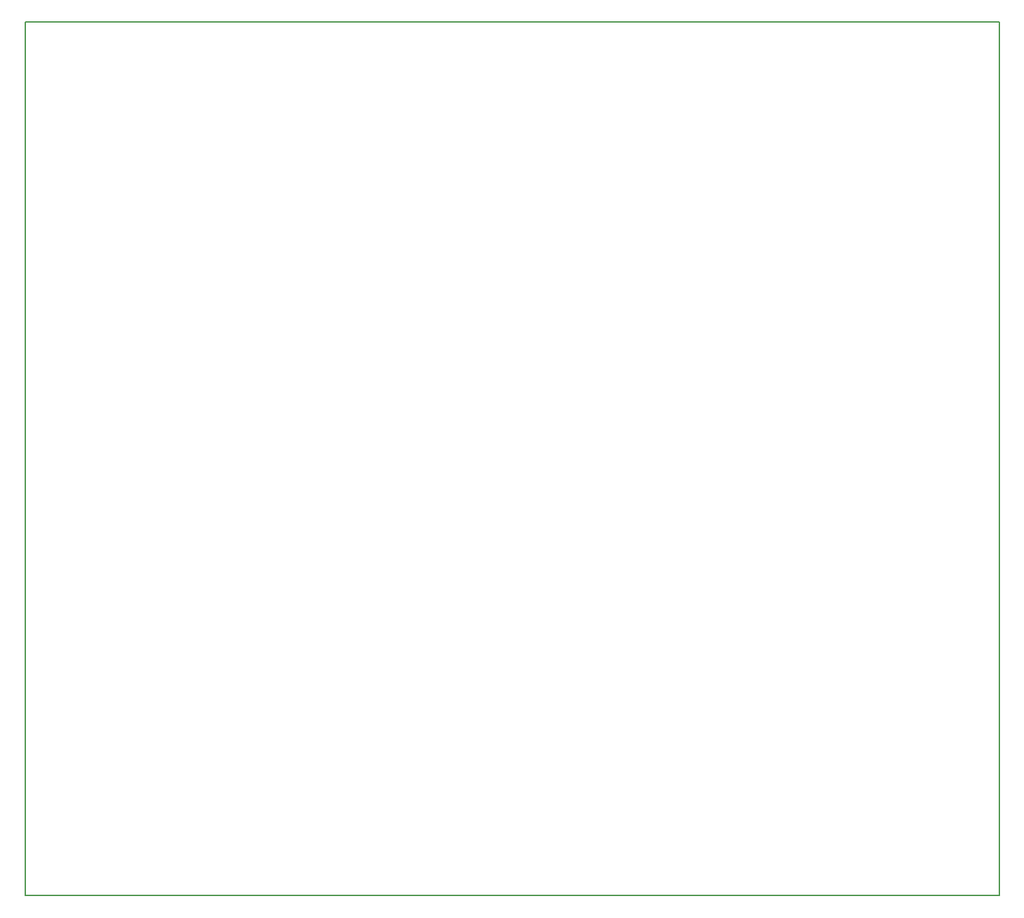
<source format=gbr>
%TF.GenerationSoftware,KiCad,Pcbnew,(6.0.10)*%
%TF.CreationDate,2023-01-12T16:06:26-05:00*%
%TF.ProjectId,pump_board,70756d70-5f62-46f6-9172-642e6b696361,rev?*%
%TF.SameCoordinates,Original*%
%TF.FileFunction,Profile,NP*%
%FSLAX46Y46*%
G04 Gerber Fmt 4.6, Leading zero omitted, Abs format (unit mm)*
G04 Created by KiCad (PCBNEW (6.0.10)) date 2023-01-12 16:06:26*
%MOMM*%
%LPD*%
G01*
G04 APERTURE LIST*
%TA.AperFunction,Profile*%
%ADD10C,0.150000*%
%TD*%
G04 APERTURE END LIST*
D10*
X169164000Y-86868000D02*
X45212000Y-86868000D01*
X169164000Y-86868000D02*
X169164000Y-198120000D01*
X169164000Y-198120000D02*
X45212000Y-198120000D01*
X45212000Y-198120000D02*
X45212000Y-86868000D01*
M02*

</source>
